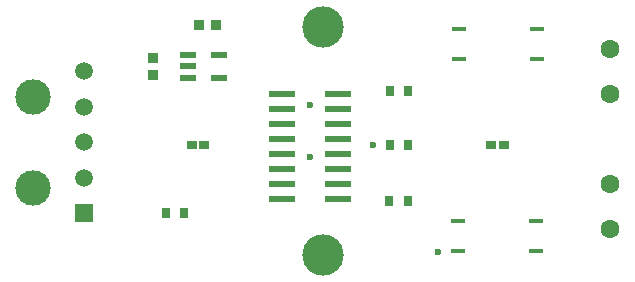
<source format=gbr>
%TF.GenerationSoftware,KiCad,Pcbnew,8.0.1*%
%TF.CreationDate,2024-04-22T12:52:14-04:00*%
%TF.ProjectId,QATCH_MUX_PCB_tester_1x1,51415443-485f-44d5-9558-5f5043425f74,1*%
%TF.SameCoordinates,Original*%
%TF.FileFunction,Soldermask,Top*%
%TF.FilePolarity,Negative*%
%FSLAX46Y46*%
G04 Gerber Fmt 4.6, Leading zero omitted, Abs format (unit mm)*
G04 Created by KiCad (PCBNEW 8.0.1) date 2024-04-22 12:52:14*
%MOMM*%
%LPD*%
G01*
G04 APERTURE LIST*
%ADD10R,1.219200X0.457200*%
%ADD11R,0.965200X0.914400*%
%ADD12C,2.999999*%
%ADD13R,1.520000X1.520000*%
%ADD14C,1.520000*%
%ADD15R,1.320800X0.508000*%
%ADD16C,1.600200*%
%ADD17R,0.965200X0.762000*%
%ADD18R,0.762000X0.812800*%
%ADD19R,2.184400X0.558800*%
%ADD20R,0.914400X0.965200*%
%ADD21C,3.500000*%
%ADD22C,0.600000*%
G04 APERTURE END LIST*
D10*
%TO.C,K1*%
X150030000Y-89930000D03*
X150030000Y-92470000D03*
X156634000Y-92470000D03*
X156634000Y-89930000D03*
%TD*%
D11*
%TO.C,C2*%
X127999100Y-89560000D03*
X129446900Y-89560000D03*
%TD*%
D12*
%TO.C,J1*%
X113970001Y-95640002D03*
X113970001Y-103339986D03*
D13*
X118290000Y-105490000D03*
D14*
X118290000Y-102490001D03*
X118290000Y-99490002D03*
X118290000Y-96490003D03*
X118290000Y-93490004D03*
%TD*%
D15*
%TO.C,U2*%
X127139200Y-92119999D03*
X127139200Y-93070000D03*
X127139200Y-94020001D03*
X129730000Y-94020001D03*
X129730000Y-92119999D03*
%TD*%
D16*
%TO.C,J3*%
X162854000Y-103009997D03*
X162854000Y-106819997D03*
%TD*%
D17*
%TO.C,LED2*%
X127407800Y-99750000D03*
X128500000Y-99750000D03*
%TD*%
D18*
%TO.C,R2*%
X144150600Y-104420000D03*
X145700000Y-104420000D03*
%TD*%
D19*
%TO.C,U1*%
X135080000Y-95360000D03*
X135080000Y-96630000D03*
X135080000Y-97900000D03*
X135080000Y-99170000D03*
X135080000Y-100440000D03*
X135080000Y-101710000D03*
X135080000Y-102980000D03*
X135080000Y-104250000D03*
X139804400Y-104250000D03*
X139804400Y-102980000D03*
X139804400Y-101710000D03*
X139804400Y-100440000D03*
X139804400Y-99170000D03*
X139804400Y-97900000D03*
X139804400Y-96630000D03*
X139804400Y-95360000D03*
%TD*%
D16*
%TO.C,J2*%
X162844000Y-91600000D03*
X162844000Y-95410000D03*
%TD*%
D20*
%TO.C,C1*%
X124130000Y-93790000D03*
X124130000Y-92342200D03*
%TD*%
D18*
%TO.C,R4*%
X125225300Y-105500000D03*
X126774700Y-105500000D03*
%TD*%
%TO.C,R3*%
X144200600Y-99750000D03*
X145750000Y-99750000D03*
%TD*%
D10*
%TO.C,K2*%
X150002000Y-106180000D03*
X150002000Y-108720000D03*
X156606000Y-108720000D03*
X156606000Y-106180000D03*
%TD*%
D17*
%TO.C,LED1*%
X152750000Y-99750000D03*
X153842200Y-99750000D03*
%TD*%
D18*
%TO.C,R1*%
X144200000Y-95180000D03*
X145749400Y-95180000D03*
%TD*%
D21*
X138500000Y-109000000D03*
X138500000Y-89750000D03*
D22*
X137450000Y-100700000D03*
X137450000Y-96350000D03*
X142750000Y-99750000D03*
X148250000Y-108750000D03*
M02*

</source>
